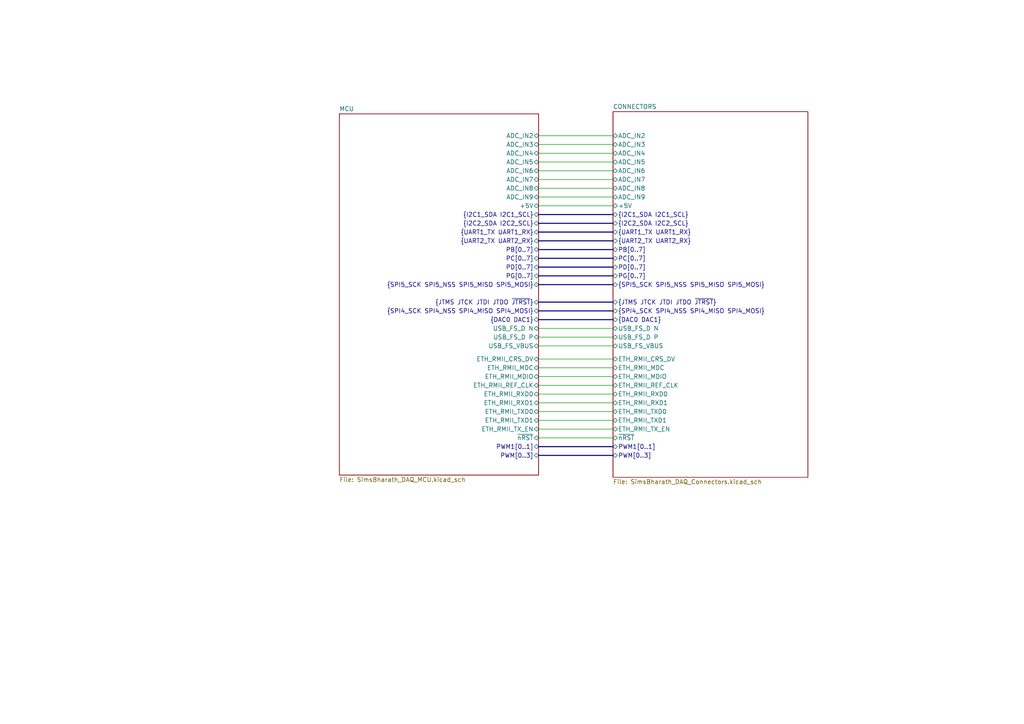
<source format=kicad_sch>
(kicad_sch
	(version 20250114)
	(generator "eeschema")
	(generator_version "9.0")
	(uuid "bbb55367-1aa7-46ea-88d8-ce1ddc0fd963")
	(paper "A4")
	(title_block
		(title "usb_daq")
		(company "SIMS")
	)
	(lib_symbols)
	(bus
		(pts
			(xy 156.21 72.39) (xy 177.8 72.39)
		)
		(stroke
			(width 0)
			(type default)
		)
		(uuid "0a002cf4-4571-4fb0-8a96-7a3547267eac")
	)
	(wire
		(pts
			(xy 156.21 41.91) (xy 177.8 41.91)
		)
		(stroke
			(width 0)
			(type default)
		)
		(uuid "2610a7a3-bc9a-4ced-87d1-4e8c92303b07")
	)
	(wire
		(pts
			(xy 156.21 49.53) (xy 177.8 49.53)
		)
		(stroke
			(width 0)
			(type default)
		)
		(uuid "37c754af-714e-4013-9879-8af3f6b3c01f")
	)
	(bus
		(pts
			(xy 156.21 82.55) (xy 177.8 82.55)
		)
		(stroke
			(width 0)
			(type default)
		)
		(uuid "37d033d1-df6a-4256-a6f9-9b8fc34b282e")
	)
	(wire
		(pts
			(xy 156.21 59.69) (xy 177.8 59.69)
		)
		(stroke
			(width 0)
			(type default)
		)
		(uuid "3b75460a-a80d-40ab-ac61-21d797d36863")
	)
	(wire
		(pts
			(xy 156.21 97.79) (xy 177.8 97.79)
		)
		(stroke
			(width 0)
			(type default)
		)
		(uuid "4008ca0c-7e49-42d1-a43e-5af28f075274")
	)
	(bus
		(pts
			(xy 156.21 129.54) (xy 177.8 129.54)
		)
		(stroke
			(width 0)
			(type default)
		)
		(uuid "58cb83ae-a34a-4828-8c19-e9580a67dbdb")
	)
	(bus
		(pts
			(xy 156.21 64.77) (xy 177.8 64.77)
		)
		(stroke
			(width 0)
			(type default)
		)
		(uuid "58d3feb8-18c4-43fe-90c0-e01882ae30ad")
	)
	(bus
		(pts
			(xy 156.21 92.71) (xy 177.8 92.71)
		)
		(stroke
			(width 0)
			(type default)
		)
		(uuid "5b698381-87ec-4a21-9597-ec4945feedfa")
	)
	(wire
		(pts
			(xy 156.21 127) (xy 177.8 127)
		)
		(stroke
			(width 0)
			(type default)
		)
		(uuid "65cd0957-2cb6-442a-b1d3-fecf6024cbd0")
	)
	(wire
		(pts
			(xy 156.21 124.46) (xy 177.8 124.46)
		)
		(stroke
			(width 0)
			(type default)
		)
		(uuid "6e2c4803-0daa-4b4c-a3da-352be7316c32")
	)
	(wire
		(pts
			(xy 156.21 109.22) (xy 177.8 109.22)
		)
		(stroke
			(width 0)
			(type default)
		)
		(uuid "700f0ebb-149d-4fe3-9fb4-b4e9b42a4f4e")
	)
	(bus
		(pts
			(xy 156.21 132.08) (xy 177.8 132.08)
		)
		(stroke
			(width 0)
			(type default)
		)
		(uuid "72187fbb-0193-4abd-adf2-b676700ee7c1")
	)
	(wire
		(pts
			(xy 156.21 57.15) (xy 177.8 57.15)
		)
		(stroke
			(width 0)
			(type default)
		)
		(uuid "73437aac-23cc-49f8-ba7e-01dbb20dc8c7")
	)
	(wire
		(pts
			(xy 156.21 116.84) (xy 177.8 116.84)
		)
		(stroke
			(width 0)
			(type default)
		)
		(uuid "73b6084e-145e-4227-bf5c-c05c6e912424")
	)
	(bus
		(pts
			(xy 156.21 69.85) (xy 177.8 69.85)
		)
		(stroke
			(width 0)
			(type default)
		)
		(uuid "73f2c86d-e100-467f-bdc0-0893204c768f")
	)
	(bus
		(pts
			(xy 156.21 87.63) (xy 177.8 87.63)
		)
		(stroke
			(width 0)
			(type default)
		)
		(uuid "7f7b743b-c6ac-401f-9313-290f71d92676")
	)
	(wire
		(pts
			(xy 156.21 95.25) (xy 177.8 95.25)
		)
		(stroke
			(width 0)
			(type default)
		)
		(uuid "81dae013-5c57-414f-a746-62b871756485")
	)
	(wire
		(pts
			(xy 156.21 114.3) (xy 177.8 114.3)
		)
		(stroke
			(width 0)
			(type default)
		)
		(uuid "86b709af-e1bc-4200-9c9b-e569fccc4ae7")
	)
	(bus
		(pts
			(xy 156.21 80.01) (xy 177.8 80.01)
		)
		(stroke
			(width 0)
			(type default)
		)
		(uuid "89028fb7-710d-49db-8953-f9daeddd7212")
	)
	(bus
		(pts
			(xy 156.21 74.93) (xy 177.8 74.93)
		)
		(stroke
			(width 0)
			(type default)
		)
		(uuid "8c973af3-168d-45e8-afc6-4752cddacb93")
	)
	(wire
		(pts
			(xy 156.21 44.45) (xy 177.8 44.45)
		)
		(stroke
			(width 0)
			(type default)
		)
		(uuid "8fb51dbf-1073-44a2-8cdd-0a86b8522bf6")
	)
	(bus
		(pts
			(xy 156.21 62.23) (xy 177.8 62.23)
		)
		(stroke
			(width 0)
			(type default)
		)
		(uuid "94d80d58-ebf3-406a-9899-17e17e7d580a")
	)
	(wire
		(pts
			(xy 156.21 46.99) (xy 177.8 46.99)
		)
		(stroke
			(width 0)
			(type default)
		)
		(uuid "a184863a-cdae-4522-9a5e-69230b62fc43")
	)
	(wire
		(pts
			(xy 156.21 100.33) (xy 177.8 100.33)
		)
		(stroke
			(width 0)
			(type default)
		)
		(uuid "ae6c6da2-9604-4984-a4a3-2630598e7b4a")
	)
	(wire
		(pts
			(xy 156.21 111.76) (xy 177.8 111.76)
		)
		(stroke
			(width 0)
			(type default)
		)
		(uuid "b4bfdc81-11be-44b3-a911-7b03c7ed92f1")
	)
	(wire
		(pts
			(xy 156.21 39.37) (xy 177.8 39.37)
		)
		(stroke
			(width 0)
			(type default)
		)
		(uuid "b78f796c-a064-48b7-8c59-a0b9b659f112")
	)
	(wire
		(pts
			(xy 156.21 106.68) (xy 177.8 106.68)
		)
		(stroke
			(width 0)
			(type default)
		)
		(uuid "bd38ed0f-8987-47dc-8f8b-b8e14b5d3161")
	)
	(bus
		(pts
			(xy 156.21 77.47) (xy 177.8 77.47)
		)
		(stroke
			(width 0)
			(type default)
		)
		(uuid "c2ad0252-5139-4b1f-90b7-905fb3781c88")
	)
	(wire
		(pts
			(xy 156.21 119.38) (xy 177.8 119.38)
		)
		(stroke
			(width 0)
			(type default)
		)
		(uuid "d8aa6993-23d2-4c92-bb77-3833d8f32622")
	)
	(wire
		(pts
			(xy 156.21 104.14) (xy 177.8 104.14)
		)
		(stroke
			(width 0)
			(type default)
		)
		(uuid "de031327-fe2e-4e7a-ab7b-3453cb69ba72")
	)
	(wire
		(pts
			(xy 156.21 121.92) (xy 177.8 121.92)
		)
		(stroke
			(width 0)
			(type default)
		)
		(uuid "e08370a6-9b2a-40d2-b703-af4967e9dee2")
	)
	(wire
		(pts
			(xy 156.21 54.61) (xy 177.8 54.61)
		)
		(stroke
			(width 0)
			(type default)
		)
		(uuid "e1f52326-6557-4e3d-995e-adb4fc46eec0")
	)
	(bus
		(pts
			(xy 156.21 90.17) (xy 177.8 90.17)
		)
		(stroke
			(width 0)
			(type default)
		)
		(uuid "ee4cfdf6-8d8b-41e3-ba90-fe048bddcefc")
	)
	(bus
		(pts
			(xy 156.21 67.31) (xy 177.8 67.31)
		)
		(stroke
			(width 0)
			(type default)
		)
		(uuid "f27597cc-e997-455f-ad31-d43ad1c1aa14")
	)
	(wire
		(pts
			(xy 156.21 52.07) (xy 177.8 52.07)
		)
		(stroke
			(width 0)
			(type default)
		)
		(uuid "f41b13db-5878-44dc-ac2c-a66b1c8b2861")
	)
	(sheet
		(at 98.425 33.02)
		(size 57.785 104.775)
		(exclude_from_sim no)
		(in_bom yes)
		(on_board yes)
		(dnp no)
		(fields_autoplaced yes)
		(stroke
			(width 0.1524)
			(type solid)
		)
		(fill
			(color 0 0 0 0.0000)
		)
		(uuid "00b9c292-f450-48ac-8b34-fee93c972b1e")
		(property "Sheetname" "MCU"
			(at 98.425 32.3084 0)
			(effects
				(font
					(size 1.27 1.27)
				)
				(justify left bottom)
			)
		)
		(property "Sheetfile" "SimsBharath_DAQ_MCU.kicad_sch"
			(at 98.425 138.3796 0)
			(effects
				(font
					(size 1.27 1.27)
				)
				(justify left top)
			)
		)
		(pin "{JTMS JTCK JTDI JTDO ~{JTRST}}" bidirectional
			(at 156.21 87.63 0)
			(uuid "bab43952-907d-4443-a466-adfeaa131a2d")
			(effects
				(font
					(size 1.27 1.27)
				)
				(justify right)
			)
		)
		(pin "{SPI4_SCK SPI4_NSS SPI4_MISO SPI4_MOSI}" bidirectional
			(at 156.21 90.17 0)
			(uuid "03465b90-1345-4333-9541-e694b643910b")
			(effects
				(font
					(size 1.27 1.27)
				)
				(justify right)
			)
		)
		(pin "{DAC0 DAC1}" bidirectional
			(at 156.21 92.71 0)
			(uuid "a526d8b7-89a6-4824-8a49-3e92a7cb3d65")
			(effects
				(font
					(size 1.27 1.27)
				)
				(justify right)
			)
		)
		(pin "ETH_RMII_CRS_DV" bidirectional
			(at 156.21 104.14 0)
			(uuid "1084bac8-fa10-4edb-9638-45a7fe691ab7")
			(effects
				(font
					(size 1.27 1.27)
				)
				(justify right)
			)
		)
		(pin "ETH_RMII_MDC" bidirectional
			(at 156.21 106.68 0)
			(uuid "11a45980-e3a2-4d93-a30c-945f66b82bfe")
			(effects
				(font
					(size 1.27 1.27)
				)
				(justify right)
			)
		)
		(pin "ETH_RMII_MDIO" bidirectional
			(at 156.21 109.22 0)
			(uuid "cc55c8fe-dd63-4682-9312-c63798b7e827")
			(effects
				(font
					(size 1.27 1.27)
				)
				(justify right)
			)
		)
		(pin "ETH_RMII_REF_CLK" bidirectional
			(at 156.21 111.76 0)
			(uuid "2e0dbb97-aa15-4921-a5bf-2b867fe264ef")
			(effects
				(font
					(size 1.27 1.27)
				)
				(justify right)
			)
		)
		(pin "ETH_RMII_RXD0" bidirectional
			(at 156.21 114.3 0)
			(uuid "b54d81e0-6e1e-4f7d-b3c6-9668ea957920")
			(effects
				(font
					(size 1.27 1.27)
				)
				(justify right)
			)
		)
		(pin "ETH_RMII_RXD1" bidirectional
			(at 156.21 116.84 0)
			(uuid "4ef88ea7-7a4f-46c8-bccb-9130bafac006")
			(effects
				(font
					(size 1.27 1.27)
				)
				(justify right)
			)
		)
		(pin "ETH_RMII_TXD0" bidirectional
			(at 156.21 119.38 0)
			(uuid "3dac3ac6-2f79-4199-8a40-98729380b7b2")
			(effects
				(font
					(size 1.27 1.27)
				)
				(justify right)
			)
		)
		(pin "ETH_RMII_TXD1" bidirectional
			(at 156.21 121.92 0)
			(uuid "c6115d3c-0d4b-4dd6-afee-ffae1016679e")
			(effects
				(font
					(size 1.27 1.27)
				)
				(justify right)
			)
		)
		(pin "ETH_RMII_TX_EN" bidirectional
			(at 156.21 124.46 0)
			(uuid "f57ae3f2-aa48-404e-8665-d7c9d5e9033e")
			(effects
				(font
					(size 1.27 1.27)
				)
				(justify right)
			)
		)
		(pin "~{nRST}" bidirectional
			(at 156.21 127 0)
			(uuid "db0e96f2-3a60-4141-8574-05ec087fbc3c")
			(effects
				(font
					(size 1.27 1.27)
				)
				(justify right)
			)
		)
		(pin "PWM1[0..1]" bidirectional
			(at 156.21 129.54 0)
			(uuid "5e25c382-0994-4e1e-b81c-7f48d1b2e3a3")
			(effects
				(font
					(size 1.27 1.27)
				)
				(justify right)
			)
		)
		(pin "PWM[0..3]" bidirectional
			(at 156.21 132.08 0)
			(uuid "8c41edee-a82c-4d83-bff6-ba944a651f39")
			(effects
				(font
					(size 1.27 1.27)
				)
				(justify right)
			)
		)
		(pin "ADC_IN2" bidirectional
			(at 156.21 39.37 0)
			(uuid "d1f918aa-52be-456a-af7f-ce5a80bd9c7f")
			(effects
				(font
					(size 1.27 1.27)
				)
				(justify right)
			)
		)
		(pin "ADC_IN3" bidirectional
			(at 156.21 41.91 0)
			(uuid "dd2c8b50-73ce-4be4-9d8b-03cdb5bea788")
			(effects
				(font
					(size 1.27 1.27)
				)
				(justify right)
			)
		)
		(pin "ADC_IN4" bidirectional
			(at 156.21 44.45 0)
			(uuid "99bb4cac-be9f-49ac-b436-f5eb272430d8")
			(effects
				(font
					(size 1.27 1.27)
				)
				(justify right)
			)
		)
		(pin "ADC_IN5" bidirectional
			(at 156.21 46.99 0)
			(uuid "43b1fd67-bfde-4685-a447-5618ecd1eeaa")
			(effects
				(font
					(size 1.27 1.27)
				)
				(justify right)
			)
		)
		(pin "ADC_IN6" bidirectional
			(at 156.21 49.53 0)
			(uuid "91110620-fa6d-4054-99b1-ae12cf4eac51")
			(effects
				(font
					(size 1.27 1.27)
				)
				(justify right)
			)
		)
		(pin "ADC_IN7" bidirectional
			(at 156.21 52.07 0)
			(uuid "8d7ab620-4080-4eb7-9f20-6e65e39d220b")
			(effects
				(font
					(size 1.27 1.27)
				)
				(justify right)
			)
		)
		(pin "ADC_IN8" bidirectional
			(at 156.21 54.61 0)
			(uuid "645dd445-4462-4d45-a221-43303ecb3913")
			(effects
				(font
					(size 1.27 1.27)
				)
				(justify right)
			)
		)
		(pin "ADC_IN9" bidirectional
			(at 156.21 57.15 0)
			(uuid "f5e912c9-6137-4a8d-8f72-8a907520b894")
			(effects
				(font
					(size 1.27 1.27)
				)
				(justify right)
			)
		)
		(pin "+5V" bidirectional
			(at 156.21 59.69 0)
			(uuid "4ba0f752-d1e7-462e-a797-52300a5e20c6")
			(effects
				(font
					(size 1.27 1.27)
				)
				(justify right)
			)
		)
		(pin "{I2C1_SDA I2C1_SCL}" bidirectional
			(at 156.21 62.23 0)
			(uuid "1095d2bc-6822-4112-991d-7e0d195d2a10")
			(effects
				(font
					(size 1.27 1.27)
				)
				(justify right)
			)
		)
		(pin "{I2C2_SDA I2C2_SCL}" bidirectional
			(at 156.21 64.77 0)
			(uuid "416d3cec-6050-4028-bffb-652a1d31881b")
			(effects
				(font
					(size 1.27 1.27)
				)
				(justify right)
			)
		)
		(pin "{UART1_TX UART1_RX}" bidirectional
			(at 156.21 67.31 0)
			(uuid "bd99c18e-0275-4c20-ab1e-cc185d423b04")
			(effects
				(font
					(size 1.27 1.27)
				)
				(justify right)
			)
		)
		(pin "{UART2_TX UART2_RX}" bidirectional
			(at 156.21 69.85 0)
			(uuid "36969389-8426-4d20-aec4-726fb1c55cf2")
			(effects
				(font
					(size 1.27 1.27)
				)
				(justify right)
			)
		)
		(pin "PB[0..7]" bidirectional
			(at 156.21 72.39 0)
			(uuid "ee4ac58a-92c5-4038-ab94-828c97164e18")
			(effects
				(font
					(size 1.27 1.27)
				)
				(justify right)
			)
		)
		(pin "PC[0..7]" bidirectional
			(at 156.21 74.93 0)
			(uuid "88a9cf15-cfe9-4541-bd49-db80d9d9e68f")
			(effects
				(font
					(size 1.27 1.27)
				)
				(justify right)
			)
		)
		(pin "PD[0..7]" bidirectional
			(at 156.21 77.47 0)
			(uuid "2176f721-7650-4809-822f-22b6ca93c4f5")
			(effects
				(font
					(size 1.27 1.27)
				)
				(justify right)
			)
		)
		(pin "PG[0..7]" bidirectional
			(at 156.21 80.01 0)
			(uuid "a394e883-6f64-4c2e-a5ce-7bb136ecd9bd")
			(effects
				(font
					(size 1.27 1.27)
				)
				(justify right)
			)
		)
		(pin "{SPI5_SCK SPI5_NSS SPI5_MISO SPI5_MOSI}" bidirectional
			(at 156.21 82.55 0)
			(uuid "a345a5c0-219e-40cb-ad14-507a492dfda6")
			(effects
				(font
					(size 1.27 1.27)
				)
				(justify right)
			)
		)
		(pin "USB_FS_D N" bidirectional
			(at 156.21 95.25 0)
			(uuid "947bc801-37ec-47dc-b5b2-115a7e69de37")
			(effects
				(font
					(size 1.27 1.27)
				)
				(justify right)
			)
		)
		(pin "USB_FS_D P" bidirectional
			(at 156.21 97.79 0)
			(uuid "4c02a5b3-4e5e-4222-9bd7-aad78255ec15")
			(effects
				(font
					(size 1.27 1.27)
				)
				(justify right)
			)
		)
		(pin "USB_FS_VBUS" bidirectional
			(at 156.21 100.33 0)
			(uuid "4d838c07-1429-44b8-a2bb-8411ba8d2d78")
			(effects
				(font
					(size 1.27 1.27)
				)
				(justify right)
			)
		)
		(instances
			(project "SimsBharath_DAQ"
				(path "/bbb55367-1aa7-46ea-88d8-ce1ddc0fd963"
					(page "2")
				)
			)
		)
	)
	(sheet
		(at 177.8 32.385)
		(size 56.515 106.045)
		(exclude_from_sim no)
		(in_bom yes)
		(on_board yes)
		(dnp no)
		(fields_autoplaced yes)
		(stroke
			(width 0.1524)
			(type solid)
		)
		(fill
			(color 0 0 0 0.0000)
		)
		(uuid "868b9e21-e37c-4d93-baf9-b4839eaf8a01")
		(property "Sheetname" "CONNECTORS"
			(at 177.8 31.6734 0)
			(effects
				(font
					(size 1.27 1.27)
				)
				(justify left bottom)
			)
		)
		(property "Sheetfile" "SimsBharath_DAQ_Connectors.kicad_sch"
			(at 177.8 139.0146 0)
			(effects
				(font
					(size 1.27 1.27)
				)
				(justify left top)
			)
		)
		(pin "{JTMS JTCK JTDI JTDO ~{JTRST}}" bidirectional
			(at 177.8 87.63 180)
			(uuid "aef23d03-ad0b-4ee5-8e66-65422c681999")
			(effects
				(font
					(size 1.27 1.27)
				)
				(justify left)
			)
		)
		(pin "{SPI4_SCK SPI4_NSS SPI4_MISO SPI4_MOSI}" bidirectional
			(at 177.8 90.17 180)
			(uuid "c9256a4d-2689-45bd-8b46-f9db13404b41")
			(effects
				(font
					(size 1.27 1.27)
				)
				(justify left)
			)
		)
		(pin "{DAC0 DAC1}" bidirectional
			(at 177.8 92.71 180)
			(uuid "728bccd3-6cfb-4cc1-987e-89ef45469c38")
			(effects
				(font
					(size 1.27 1.27)
				)
				(justify left)
			)
		)
		(pin "ETH_RMII_CRS_DV" bidirectional
			(at 177.8 104.14 180)
			(uuid "f0c5b595-5d28-48e5-a9aa-d75305bce10a")
			(effects
				(font
					(size 1.27 1.27)
				)
				(justify left)
			)
		)
		(pin "ETH_RMII_MDC" bidirectional
			(at 177.8 106.68 180)
			(uuid "0d697840-2fac-42ae-98d0-99f97f64c08c")
			(effects
				(font
					(size 1.27 1.27)
				)
				(justify left)
			)
		)
		(pin "ETH_RMII_MDIO" bidirectional
			(at 177.8 109.22 180)
			(uuid "5c0adac6-0c2b-4787-8789-59ac59b5f1c6")
			(effects
				(font
					(size 1.27 1.27)
				)
				(justify left)
			)
		)
		(pin "ETH_RMII_REF_CLK" bidirectional
			(at 177.8 111.76 180)
			(uuid "63efe711-7e37-4f40-bcbb-d22b8fbeb720")
			(effects
				(font
					(size 1.27 1.27)
				)
				(justify left)
			)
		)
		(pin "ETH_RMII_RXD0" bidirectional
			(at 177.8 114.3 180)
			(uuid "3320da1f-997c-46c5-a831-52bd25168b16")
			(effects
				(font
					(size 1.27 1.27)
				)
				(justify left)
			)
		)
		(pin "ETH_RMII_RXD1" bidirectional
			(at 177.8 116.84 180)
			(uuid "d368f1f0-ea29-46e3-841b-a300cd94e6e3")
			(effects
				(font
					(size 1.27 1.27)
				)
				(justify left)
			)
		)
		(pin "ETH_RMII_TXD0" bidirectional
			(at 177.8 119.38 180)
			(uuid "d29357d1-813d-4385-bbe9-7d8aa0228186")
			(effects
				(font
					(size 1.27 1.27)
				)
				(justify left)
			)
		)
		(pin "ETH_RMII_TXD1" bidirectional
			(at 177.8 121.92 180)
			(uuid "d89debe0-a745-40b8-ad75-f149c0ef87aa")
			(effects
				(font
					(size 1.27 1.27)
				)
				(justify left)
			)
		)
		(pin "ETH_RMII_TX_EN" bidirectional
			(at 177.8 124.46 180)
			(uuid "c00b45eb-4aeb-43ed-8e44-8fd93df85b92")
			(effects
				(font
					(size 1.27 1.27)
				)
				(justify left)
			)
		)
		(pin "~{nRST}" bidirectional
			(at 177.8 127 180)
			(uuid "0986bd7a-911e-4144-9a82-42b6e0f93cb7")
			(effects
				(font
					(size 1.27 1.27)
				)
				(justify left)
			)
		)
		(pin "PWM1[0..1]" bidirectional
			(at 177.8 129.54 180)
			(uuid "27226546-b5a6-499a-b87a-6ee918b8e011")
			(effects
				(font
					(size 1.27 1.27)
				)
				(justify left)
			)
		)
		(pin "PWM[0..3]" bidirectional
			(at 177.8 132.08 180)
			(uuid "79190e14-53c5-4a86-943d-7b43aee7dd05")
			(effects
				(font
					(size 1.27 1.27)
				)
				(justify left)
			)
		)
		(pin "ADC_IN2" bidirectional
			(at 177.8 39.37 180)
			(uuid "56eccd25-6902-4f9d-943b-746a1fe20020")
			(effects
				(font
					(size 1.27 1.27)
				)
				(justify left)
			)
		)
		(pin "ADC_IN3" bidirectional
			(at 177.8 41.91 180)
			(uuid "24ed17de-9f87-4cbe-827a-ee4a64674aaa")
			(effects
				(font
					(size 1.27 1.27)
				)
				(justify left)
			)
		)
		(pin "ADC_IN4" bidirectional
			(at 177.8 44.45 180)
			(uuid "319229c4-6271-42ce-a408-c9f2317e430b")
			(effects
				(font
					(size 1.27 1.27)
				)
				(justify left)
			)
		)
		(pin "ADC_IN5" bidirectional
			(at 177.8 46.99 180)
			(uuid "8bc27de2-38a6-4122-a112-6b069966b1de")
			(effects
				(font
					(size 1.27 1.27)
				)
				(justify left)
			)
		)
		(pin "ADC_IN6" bidirectional
			(at 177.8 49.53 180)
			(uuid "78396876-7efb-4537-ae45-696cb30a67f1")
			(effects
				(font
					(size 1.27 1.27)
				)
				(justify left)
			)
		)
		(pin "ADC_IN7" bidirectional
			(at 177.8 52.07 180)
			(uuid "1f5d4f1f-634e-4746-a6c9-5fce23a22866")
			(effects
				(font
					(size 1.27 1.27)
				)
				(justify left)
			)
		)
		(pin "ADC_IN8" bidirectional
			(at 177.8 54.61 180)
			(uuid "c59487ab-3e7d-4a73-9cff-498440b16d00")
			(effects
				(font
					(size 1.27 1.27)
				)
				(justify left)
			)
		)
		(pin "ADC_IN9" bidirectional
			(at 177.8 57.15 180)
			(uuid "faa5e6bc-3d9d-4461-9ec0-df5f537148a9")
			(effects
				(font
					(size 1.27 1.27)
				)
				(justify left)
			)
		)
		(pin "+5V" bidirectional
			(at 177.8 59.69 180)
			(uuid "d252e36e-ce3c-4e9e-bb6b-8bda542fc828")
			(effects
				(font
					(size 1.27 1.27)
				)
				(justify left)
			)
		)
		(pin "{I2C1_SDA I2C1_SCL}" bidirectional
			(at 177.8 62.23 180)
			(uuid "1d76cd5c-1a66-4966-a7a2-6b4390b27875")
			(effects
				(font
					(size 1.27 1.27)
				)
				(justify left)
			)
		)
		(pin "{I2C2_SDA I2C2_SCL}" bidirectional
			(at 177.8 64.77 180)
			(uuid "85bfafeb-a1df-4b82-bfae-9ae768ae4abe")
			(effects
				(font
					(size 1.27 1.27)
				)
				(justify left)
			)
		)
		(pin "{UART1_TX UART1_RX}" bidirectional
			(at 177.8 67.31 180)
			(uuid "e5cff490-dacc-4a1a-bf40-7240a320e6e6")
			(effects
				(font
					(size 1.27 1.27)
				)
				(justify left)
			)
		)
		(pin "{UART2_TX UART2_RX}" bidirectional
			(at 177.8 69.85 180)
			(uuid "ea5fbf57-a2c4-4cbb-a67b-93337ff29166")
			(effects
				(font
					(size 1.27 1.27)
				)
				(justify left)
			)
		)
		(pin "PB[0..7]" bidirectional
			(at 177.8 72.39 180)
			(uuid "82dfdbb2-287b-45b0-b87f-078ab9fbeaf7")
			(effects
				(font
					(size 1.27 1.27)
				)
				(justify left)
			)
		)
		(pin "PC[0..7]" bidirectional
			(at 177.8 74.93 180)
			(uuid "33ad112e-073d-4c25-a94b-e1d4c92357cf")
			(effects
				(font
					(size 1.27 1.27)
				)
				(justify left)
			)
		)
		(pin "PD[0..7]" bidirectional
			(at 177.8 77.47 180)
			(uuid "adde08d6-5752-4a31-8aeb-99811d9cf361")
			(effects
				(font
					(size 1.27 1.27)
				)
				(justify left)
			)
		)
		(pin "PG[0..7]" bidirectional
			(at 177.8 80.01 180)
			(uuid "ee288d21-8e0c-4f81-a97d-de2527955f8e")
			(effects
				(font
					(size 1.27 1.27)
				)
				(justify left)
			)
		)
		(pin "{SPI5_SCK SPI5_NSS SPI5_MISO SPI5_MOSI}" bidirectional
			(at 177.8 82.55 180)
			(uuid "6f6882c0-a347-43ae-92ba-53bc6b3ef592")
			(effects
				(font
					(size 1.27 1.27)
				)
				(justify left)
			)
		)
		(pin "USB_FS_D N" bidirectional
			(at 177.8 95.25 180)
			(uuid "105967eb-3da2-4aff-9ec1-8abb504981c9")
			(effects
				(font
					(size 1.27 1.27)
				)
				(justify left)
			)
		)
		(pin "USB_FS_D P" bidirectional
			(at 177.8 97.79 180)
			(uuid "c4ad63bd-7122-42e6-b4d6-86c8c7fb40c6")
			(effects
				(font
					(size 1.27 1.27)
				)
				(justify left)
			)
		)
		(pin "USB_FS_VBUS" bidirectional
			(at 177.8 100.33 180)
			(uuid "f42b8c8b-706a-455a-bf92-960fa9fadca4")
			(effects
				(font
					(size 1.27 1.27)
				)
				(justify left)
			)
		)
		(instances
			(project "SimsBharath_DAQ"
				(path "/bbb55367-1aa7-46ea-88d8-ce1ddc0fd963"
					(page "3")
				)
			)
		)
	)
	(sheet_instances
		(path "/"
			(page "1")
		)
	)
	(embedded_fonts no)
)

</source>
